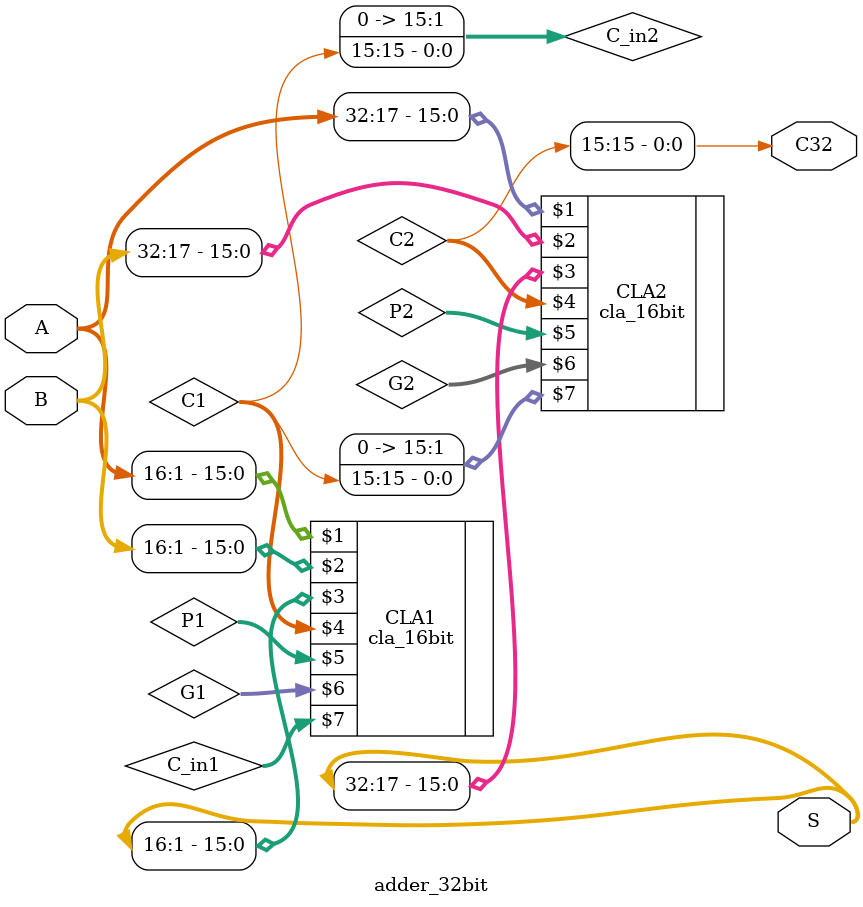
<source format=v>
module adder_32bit(A,B,S,C32);
     input [32:1] A;
     input [32:1] B;
     output [32:1] S;
     output C32;

     // Internal signals for carry lookahead
     wire [15:0] P1, G1;
     wire [15:0] P2, G2;
     wire [15:0] C1, C2;
     wire [15:0] C_in1, C_in2;

     // Instantiate two 16-bit CLA blocks
     cla_16bit CLA1 (A[16:1], B[16:1], S[16:1], C1, P1, G1, C_in1);
     cla_16bit CLA2 (A[32:17], B[32:17], S[32:17], C2, P2, G2, C_in2);

     // Generate carry-in for the second CLA block
     assign C_in2 = C1[15];

     // Generate final carry-out
     assign C32 = C2[15];

endmodule
</source>
